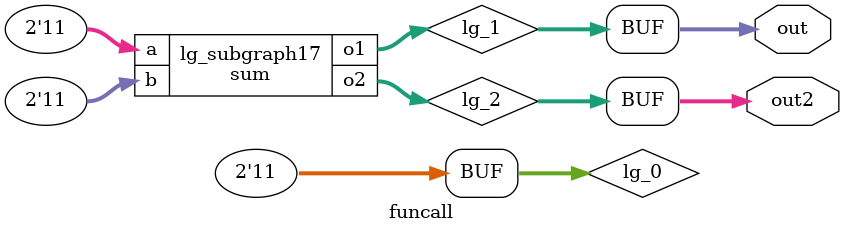
<source format=v>
module sum (
  input  [1:0] a,
  input  [1:0] b,
  output [2:0] o1,
  output [2:0] o2
);

assign o1 = a + b;
assign o2 = a + b + 1;

endmodule

module funcall(out2, out);
  wire [1:0] lg_0;
  wire [2:0] lg_1;
  wire [2:0] lg_2;
  output [2:0] out;
  output [2:0] out2;
  sum lg_subgraph17 (
    .a(lg_0),
    .b(lg_0),
    .o1(lg_1),
    .o2(lg_2)
  );
  assign lg_0 = 2'h3;
  assign out2 = lg_2;
  assign out = lg_1;
endmodule

</source>
